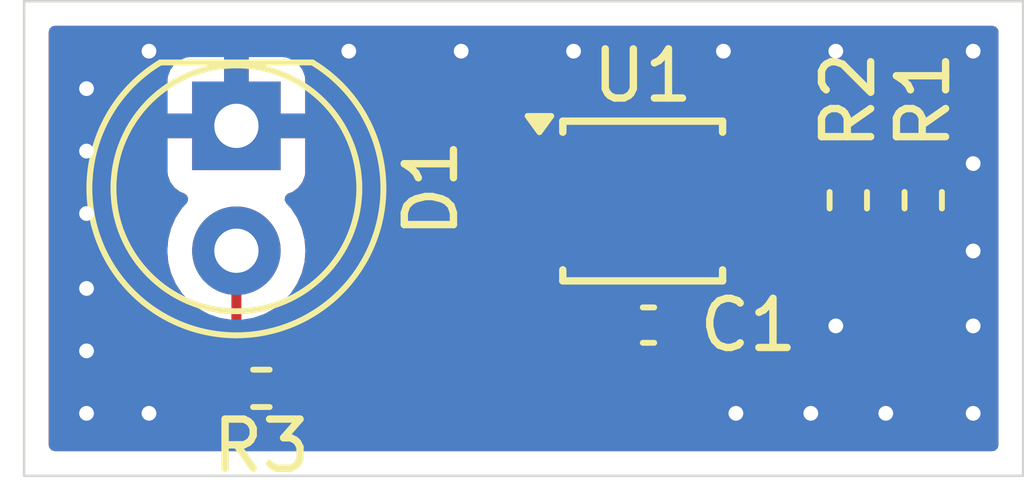
<source format=kicad_pcb>
(kicad_pcb (version 20221018) (generator pcbnew)
  (layers (0 "F.Cu" signal) (31 "B.Cu" signal) (34 "B.Paste" user) (35 "F.Paste" user) (36 "B.SilkS" user "B.Silkscreen") (37 "F.SilkS" user "F.Silkscreen") (38 "B.Mask" user) (39 "F.Mask" user) (44 "Edge.Cuts" user))
  (net 0 "")
  (net 1 "+3V3")
  (net 2 "GND")
  (net 3 "Net-(D1-A)")
  (net 4 "Net-(U1-SCL)")
  (net 5 "Net-(U1-SDA)")
  (footprint "Capacitor_SMD:C_0402_1005Metric_Pad0.74x0.62mm_HandSolder" (layer "F.Cu") (at 142.24 104.886 180)
    (fp_text reference "C1" (at -2.032 0) (layer "F.SilkS"))
    (fp_text value "100n")
    (fp_line (start -0.115835 -0.36) (end 0.115835 -0.36) (stroke (width 0.12)) (layer "F.SilkS"))
    (fp_line (start -0.115835 0.36) (end 0.115835 0.36) (stroke (width 0.12)) (layer "F.SilkS"))
    (pad "1" smd roundrect (at -0.5675 0 180) (size 0.735 0.62) (layers "F.Cu" "F.Paste" "F.Mask") (net 1 "+3V3"))
    (pad "2" smd roundrect (at 0.5675 0 180) (size 0.735 0.62) (layers "F.Cu" "F.Paste" "F.Mask") (net 2 "GND"))
  )
  (footprint "Resistor_SMD:R_0402_1005Metric_Pad0.72x0.64mm_HandSolder" (layer "F.Cu") (at 134.366 106.172 180)
    (fp_text reference "R3" (at 0 -1.17) (layer "F.SilkS"))
    (fp_text value "1k")
    (fp_line (start -0.167621 -0.38) (end 0.167621 -0.38) (stroke (width 0.12)) (layer "F.SilkS"))
    (fp_line (start -0.167621 0.38) (end 0.167621 0.38) (stroke (width 0.12)) (layer "F.SilkS"))
    (pad "1" smd roundrect (at -0.5975 0 180) (size 0.715 0.64) (layers "F.Cu" "F.Paste" "F.Mask") (net 1 "+3V3"))
    (pad "2" smd roundrect (at 0.5975 0 180) (size 0.715 0.64) (layers "F.Cu" "F.Paste" "F.Mask") (net 3 "Net-(D1-A)"))
  )
  (footprint "Resistor_SMD:R_0402_1005Metric_Pad0.72x0.64mm_HandSolder" (layer "F.Cu") (at 147.828 102.346 90)
    (fp_text reference "R1" (at 2.032 0 90) (layer "F.SilkS"))
    (fp_text value "4k7")
    (fp_line (start -0.167621 -0.38) (end 0.167621 -0.38) (stroke (width 0.12)) (layer "F.SilkS"))
    (fp_line (start -0.167621 0.38) (end 0.167621 0.38) (stroke (width 0.12)) (layer "F.SilkS"))
    (pad "1" smd roundrect (at -0.5975 0 90) (size 0.715 0.64) (layers "F.Cu" "F.Paste" "F.Mask") (net 1 "+3V3"))
    (pad "2" smd roundrect (at 0.5975 0 90) (size 0.715 0.64) (layers "F.Cu" "F.Paste" "F.Mask") (net 4 "Net-(U1-SCL)"))
  )
  (footprint "Resistor_SMD:R_0402_1005Metric_Pad0.72x0.64mm_HandSolder" (layer "F.Cu") (at 146.304 102.346 90)
    (fp_text reference "R2" (at 2.032 0 90) (layer "F.SilkS"))
    (fp_text value "4k7")
    (fp_line (start -0.167621 -0.38) (end 0.167621 -0.38) (stroke (width 0.12)) (layer "F.SilkS"))
    (fp_line (start -0.167621 0.38) (end 0.167621 0.38) (stroke (width 0.12)) (layer "F.SilkS"))
    (pad "1" smd roundrect (at -0.5975 0 90) (size 0.715 0.64) (layers "F.Cu" "F.Paste" "F.Mask") (net 1 "+3V3"))
    (pad "2" smd roundrect (at 0.5975 0 90) (size 0.715 0.64) (layers "F.Cu" "F.Paste" "F.Mask") (net 5 "Net-(U1-SDA)"))
  )
  (footprint "LED_THT:LED_D5.0mm" (layer "F.Cu") (at 133.858 100.833 -90)
    (fp_text reference "D1" (at 1.27 -3.96 90) (layer "F.SilkS"))
    (fp_text value "RED")
    (fp_line (start -1.29 -1.545) (end -1.29 1.545) (stroke (width 0.12)) (layer "F.SilkS"))
    (fp_arc (start -1.29 -1.54483) (mid 2.072002 -2.880433) (end 4.26 0.000462) (stroke (width 0.12)) (layer "F.SilkS"))
    (fp_arc (start 4.26 -0.000462) (mid 2.072002 2.880433) (end -1.29 1.54483) (stroke (width 0.12)) (layer "F.SilkS"))
    (fp_circle (center 1.27 0) (end 3.77 0) (stroke (width 0.12)) (fill none) (layer "F.SilkS"))
    (pad "1" thru_hole rect (at 0 0 270) (size 1.8 1.8) (drill 0.9) (layers "*.Cu" "*.Mask") (net 2 "GND"))
    (pad "2" thru_hole circle (at 2.54 0 270) (size 1.8 1.8) (drill 0.9) (layers "*.Cu" "*.Mask") (net 3 "Net-(D1-A)"))
  )
  (footprint "Package_SO:TSSOP-10_3x3mm_P0.5mm" (layer "F.Cu") (at 142.122 102.362)
    (fp_text reference "U1" (at 0 -2.55) (layer "F.SilkS"))
    (fp_text value "ADS1115IDGS")
    (fp_line (start -1.625 -1.625) (end -1.625 -1.4) (stroke (width 0.15)) (layer "F.SilkS"))
    (fp_line (start -1.625 -1.625) (end 1.625 -1.625) (stroke (width 0.15)) (layer "F.SilkS"))
    (fp_line (start -1.625 1.625) (end -1.625 1.4) (stroke (width 0.15)) (layer "F.SilkS"))
    (fp_line (start -1.625 1.625) (end 1.625 1.625) (stroke (width 0.15)) (layer "F.SilkS"))
    (fp_line (start 1.625 -1.625) (end 1.625 -1.4) (stroke (width 0.15)) (layer "F.SilkS"))
    (fp_line (start 1.625 1.625) (end 1.625 1.4) (stroke (width 0.15)) (layer "F.SilkS"))
    (fp_poly (pts (xy -2.1 -1.4) (xy -2.34 -1.73) (xy -1.86 -1.73) (xy -2.1 -1.4)) (stroke (width 0.12)) (fill solid) (layer "F.SilkS"))
    (pad "1" smd rect (at -2.15 -1) (size 1.1 0.25) (layers "F.Cu" "F.Paste" "F.Mask"))
    (pad "2" smd rect (at -2.15 -0.5) (size 1.1 0.25) (layers "F.Cu" "F.Paste" "F.Mask"))
    (pad "3" smd rect (at -2.15 0) (size 1.1 0.25) (layers "F.Cu" "F.Paste" "F.Mask") (net 2 "GND"))
    (pad "4" smd rect (at -2.15 0.5) (size 1.1 0.25) (layers "F.Cu" "F.Paste" "F.Mask") (net 2 "GND"))
    (pad "5" smd rect (at -2.15 1) (size 1.1 0.25) (layers "F.Cu" "F.Paste" "F.Mask") (net 2 "GND"))
    (pad "6" smd rect (at 2.15 1) (size 1.1 0.25) (layers "F.Cu" "F.Paste" "F.Mask") (net 2 "GND"))
    (pad "7" smd rect (at 2.15 0.5) (size 1.1 0.25) (layers "F.Cu" "F.Paste" "F.Mask") (net 2 "GND"))
    (pad "8" smd rect (at 2.15 0) (size 1.1 0.25) (layers "F.Cu" "F.Paste" "F.Mask") (net 1 "+3V3"))
    (pad "9" smd rect (at 2.15 -0.5) (size 1.1 0.25) (layers "F.Cu" "F.Paste" "F.Mask") (net 5 "Net-(U1-SDA)"))
    (pad "10" smd rect (at 2.15 -1) (size 1.1 0.25) (layers "F.Cu" "F.Paste" "F.Mask") (net 4 "Net-(U1-SCL)"))
  )
  (gr_line (start 129.54 98.552) (end 129.54 107.95) (stroke (width 0.05)) (layer "Edge.Cuts"))
  (gr_line (start 129.54 98.298) (end 129.54 98.552) (stroke (width 0.05)) (layer "Edge.Cuts"))
  (gr_line (start 149.86 98.298) (end 129.54 98.298) (stroke (width 0.05)) (layer "Edge.Cuts"))
  (gr_line (start 149.86 107.95) (end 149.86 98.298) (stroke (width 0.05)) (layer "Edge.Cuts"))
  (gr_line (start 129.54 107.95) (end 149.86 107.95) (stroke (width 0.05)) (layer "Edge.Cuts"))
  (segment (start 140.462 106.426) (end 142.494 106.426) (width 0.2032) (layer "F.Cu") (net 1))
  (segment (start 142.8075 106.1125) (end 142.8075 104.886) (width 0.2032) (layer "F.Cu") (net 1))
  (segment (start 145.05 102.362) (end 144.272 102.362) (width 0.2032) (layer "F.Cu") (net 1))
  (segment (start 142.8075 104.886) (end 142.8075 103.0483) (width 0.2032) (layer "F.Cu") (net 1))
  (segment (start 142.494 106.426) (end 142.8075 106.1125) (width 0.2032) (layer "F.Cu") (net 1))
  (segment (start 143.4938 102.362) (end 144.272 102.362) (width 0.2032) (layer "F.Cu") (net 1))
  (segment (start 146.304 102.9435) (end 145.6315 102.9435) (width 0.2032) (layer "F.Cu") (net 1))
  (segment (start 140.208 106.172) (end 140.462 106.426) (width 0.2032) (layer "F.Cu") (net 1))
  (segment (start 134.9635 106.172) (end 140.208 106.172) (width 0.2032) (layer "F.Cu") (net 1))
  (segment (start 145.6315 102.9435) (end 145.05 102.362) (width 0.2032) (layer "F.Cu") (net 1))
  (segment (start 142.8075 103.0483) (end 143.4938 102.362) (width 0.2032) (layer "F.Cu") (net 1))
  (segment (start 147.828 102.9435) (end 146.304 102.9435) (width 0.2032) (layer "F.Cu") (net 1))
  (via (at 148.844 104.902) (size 0.6) (drill 0.3) (layers "F.Cu" "B.Cu") (net 2))
  (via (at 136.144 99.314) (size 0.6) (drill 0.3) (layers "F.Cu" "B.Cu") (net 2))
  (via (at 147.066 106.68) (size 0.6) (drill 0.3) (layers "F.Cu" "B.Cu") (net 2))
  (via (at 148.844 99.314) (size 0.6) (drill 0.3) (layers "F.Cu" "B.Cu") (net 2))
  (via (at 143.764 99.314) (size 0.6) (drill 0.3) (layers "F.Cu" "B.Cu") (net 2))
  (via (at 130.81 106.68) (size 0.6) (drill 0.3) (layers "F.Cu" "B.Cu") (net 2))
  (via (at 132.08 99.314) (size 0.6) (drill 0.3) (layers "F.Cu" "B.Cu") (net 2))
  (via (at 146.05 99.314) (size 0.6) (drill 0.3) (layers "F.Cu" "B.Cu") (net 2))
  (via (at 146.05 104.902) (size 0.6) (drill 0.3) (layers "F.Cu" "B.Cu") (net 2))
  (via (at 130.81 105.41) (size 0.6) (drill 0.3) (layers "F.Cu" "B.Cu") (net 2))
  (via (at 148.844 106.68) (size 0.6) (drill 0.3) (layers "F.Cu" "B.Cu") (net 2))
  (via (at 130.81 104.14) (size 0.6) (drill 0.3) (layers "F.Cu" "B.Cu") (net 2))
  (via (at 144.018 106.68) (size 0.6) (drill 0.3) (layers "F.Cu" "B.Cu") (net 2))
  (via (at 130.81 100.076) (size 0.6) (drill 0.3) (layers "F.Cu" "B.Cu") (net 2))
  (via (at 148.844 101.6) (size 0.6) (drill 0.3) (layers "F.Cu" "B.Cu") (net 2))
  (via (at 140.716 99.314) (size 0.6) (drill 0.3) (layers "F.Cu" "B.Cu") (net 2))
  (via (at 145.542 106.68) (size 0.6) (drill 0.3) (layers "F.Cu" "B.Cu") (net 2))
  (via (at 130.81 102.616) (size 0.6) (drill 0.3) (layers "F.Cu" "B.Cu") (net 2))
  (via (at 138.43 99.314) (size 0.6) (drill 0.3) (layers "F.Cu" "B.Cu") (net 2))
  (via (at 148.844 103.378) (size 0.6) (drill 0.3) (layers "F.Cu" "B.Cu") (net 2))
  (via (at 130.81 101.346) (size 0.6) (drill 0.3) (layers "F.Cu" "B.Cu") (net 2))
  (via (at 132.08 106.68) (size 0.6) (drill 0.3) (layers "F.Cu" "B.Cu") (net 2))
  (segment (start 133.858 106.0825) (end 133.858 103.373) (width 0.2032) (layer "F.Cu") (net 3))
  (segment (start 133.7685 106.172) (end 133.858 106.0825) (width 0.2032) (layer "F.Cu") (net 3))
  (segment (start 145.51 101.362) (end 144.272 101.362) (width 0.2032) (layer "F.Cu") (net 4))
  (segment (start 146.05 100.822) (end 145.51 101.362) (width 0.2032) (layer "F.Cu") (net 4))
  (segment (start 147.32 100.822) (end 146.05 100.822) (width 0.2032) (layer "F.Cu") (net 4))
  (segment (start 147.828 101.33) (end 147.32 100.822) (width 0.2032) (layer "F.Cu") (net 4))
  (segment (start 147.828 101.7485) (end 147.828 101.33) (width 0.2032) (layer "F.Cu") (net 4))
  (segment (start 144.272 101.862) (end 146.1905 101.862) (width 0.2032) (layer "F.Cu") (net 5))
  (segment (start 146.1905 101.862) (end 146.304 101.7485) (width 0.2032) (layer "F.Cu") (net 5))
  (zone (net 2) (net_name "GND") (layers "F&B.Cu") (connect_pads (clearance 0.5)) (min_thickness 0.25) (fill yes (thermal_gap 0.5) (thermal_bridge_width 0.5))
    (polygon (pts (xy 129.54 107.95) (xy 149.86 107.95) (xy 149.86 98.298) (xy 129.54 98.298)))
  )
)
</source>
